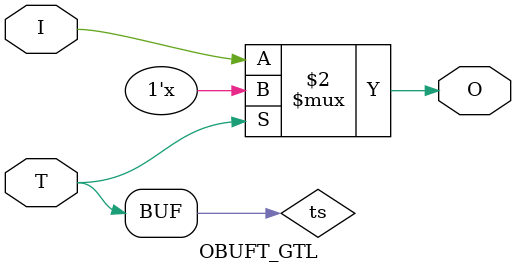
<source format=v>

/*

FUNCTION	: TRI-STATE OUTPUT BUFFER

*/

`celldefine
`timescale  100 ps / 10 ps

module OBUFT_GTL (O, I, T);

    output O;

    input  I, T;

    or O1 (ts, 1'b0, T);
    bufif0 T1 (O, I, ts);

endmodule

</source>
